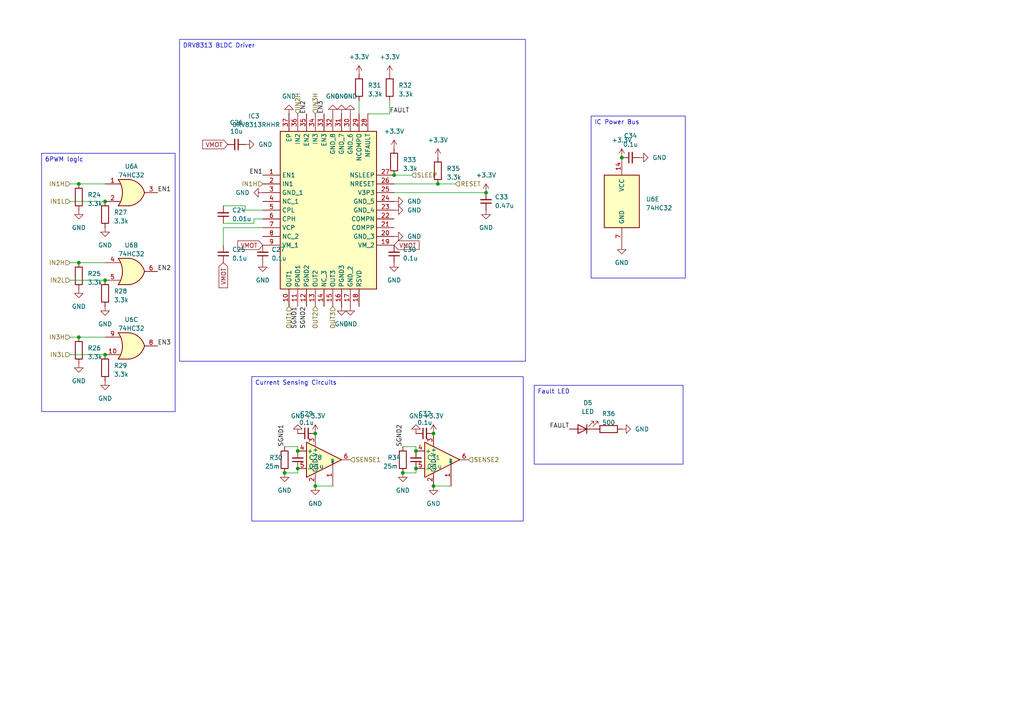
<source format=kicad_sch>
(kicad_sch (version 20250114) (generator "eeschema") (generator_version "9.0")
  (paper "A4")
  (lib_symbols
    (symbol "+3.3V_1" (power) (pin_numbers (hide yes)) (pin_names (offset 0) (hide yes))
      (property "Value" "+3.3V" (at 0 3.556 0))
      (symbol "+3.3V_1_0_1"
        (polyline (pts (xy -0.762 1.27) (xy 0 2.54)))
        (polyline (pts (xy 0 2.54) (xy 0.762 1.27)))
        (polyline (pts (xy 0 0) (xy 0 2.54)))
      )
      (symbol "+3.3V_1_1_1"
        (pin power_in line (at 0 0 90) (length 0) (name "~") (number "1"))
      )
    )
    (symbol "Amplifier_Current:INA199xxDCK" (pin_names (offset 0.127))
      (property "Reference" "U" (at 3.81 3.81 0))
      (property "Value" "INA199xxDCK" (at 3.81 -2.54 0))
      (symbol "INA199xxDCK_0_1"
        (polyline (pts (xy 5.08 0) (xy -5.08 5.08) (xy -5.08 -5.08) (xy 5.08 0)) (stroke (width 0.254)) (fill (type background)))
      )
      (symbol "INA199xxDCK_1_1"
        (pin input line (at -7.62 2.54 0) (length 2.54) (name "+") (number "4"))
        (pin input line (at -7.62 -2.54 0) (length 2.54) (name "-") (number "5"))
        (pin power_in line (at -2.54 7.62 270) (length 3.81) (name "V+") (number "3"))
        (pin power_in line (at -2.54 -7.62 90) (length 3.81) (name "GND") (number "2"))
        (pin input line (at 2.54 -7.62 90) (length 6.35) (name "REF") (number "1"))
        (pin output line (at 7.62 0 180) (length 2.54) (name "~") (number "6"))
      )
    )
    (symbol "DRV8313RHHR:DRV8313RHHR"
      (property "Reference" "IC" (at 34.29 17.78 0))
      (property "Value" "DRV8313RHHR" (at 34.29 15.24 0))
      (symbol "DRV8313RHHR_1_1"
        (rectangle (start 5.08 12.7) (end 33.02 -33.02) (stroke (width 0.254)) (fill (type background)))
        (pin passive line (at 0 0 0) (length 5.08) (name "EN1") (number "1"))
        (pin passive line (at 0 -2.54 0) (length 5.08) (name "IN1") (number "2"))
        (pin passive line (at 0 -5.08 0) (length 5.08) (name "GND_1") (number "3"))
        (pin passive line (at 0 -7.62 0) (length 5.08) (name "NC_1") (number "4"))
        (pin passive line (at 0 -10.16 0) (length 5.08) (name "CPL") (number "5"))
        (pin passive line (at 0 -12.7 0) (length 5.08) (name "CPH") (number "6"))
        (pin passive line (at 0 -15.24 0) (length 5.08) (name "VCP") (number "7"))
        (pin passive line (at 0 -17.78 0) (length 5.08) (name "NC_2") (number "8"))
        (pin passive line (at 0 -20.32 0) (length 5.08) (name "VM_1") (number "9"))
        (pin passive line (at 7.62 17.78 270) (length 5.08) (name "EP") (number "37"))
        (pin passive line (at 7.62 -38.1 90) (length 5.08) (name "OUT1") (number "10"))
        (pin passive line (at 10.16 17.78 270) (length 5.08) (name "IN2") (number "36"))
        (pin passive line (at 10.16 -38.1 90) (length 5.08) (name "PGND1") (number "11"))
        (pin passive line (at 12.7 17.78 270) (length 5.08) (name "EN2") (number "35"))
        (pin passive line (at 12.7 -38.1 90) (length 5.08) (name "PGND2") (number "12"))
        (pin passive line (at 15.24 17.78 270) (length 5.08) (name "IN3") (number "34"))
        (pin passive line (at 15.24 -38.1 90) (length 5.08) (name "OUT2") (number "13"))
        (pin passive line (at 17.78 17.78 270) (length 5.08) (name "EN3") (number "33"))
        (pin passive line (at 17.78 -38.1 90) (length 5.08) (name "NC_3") (number "14"))
        (pin passive line (at 20.32 17.78 270) (length 5.08) (name "GND_8") (number "32"))
        (pin passive line (at 20.32 -38.1 90) (length 5.08) (name "OUT3") (number "15"))
        (pin passive line (at 22.86 17.78 270) (length 5.08) (name "GND_7") (number "31"))
        (pin passive line (at 22.86 -38.1 90) (length 5.08) (name "PGND3") (number "16"))
        (pin passive line (at 25.4 17.78 270) (length 5.08) (name "GND_6") (number "30"))
        (pin passive line (at 25.4 -38.1 90) (length 5.08) (name "GND_2") (number "17"))
        (pin passive line (at 27.94 17.78 270) (length 5.08) (name "NCOMPO") (number "29"))
        (pin passive line (at 27.94 -38.1 90) (length 5.08) (name "RSVD") (number "18"))
        (pin passive line (at 30.48 17.78 270) (length 5.08) (name "NFAULT") (number "28"))
        (pin passive line (at 38.1 0 180) (length 5.08) (name "NSLEEP") (number "27"))
        (pin passive line (at 38.1 -2.54 180) (length 5.08) (name "NRESET") (number "26"))
        (pin passive line (at 38.1 -5.08 180) (length 5.08) (name "V3P3") (number "25"))
        (pin passive line (at 38.1 -7.62 180) (length 5.08) (name "GND_5") (number "24"))
        (pin passive line (at 38.1 -10.16 180) (length 5.08) (name "GND_4") (number "23"))
        (pin passive line (at 38.1 -12.7 180) (length 5.08) (name "COMPN") (number "22"))
        (pin passive line (at 38.1 -15.24 180) (length 5.08) (name "COMPP") (number "21"))
        (pin passive line (at 38.1 -17.78 180) (length 5.08) (name "GND_3") (number "20"))
        (pin passive line (at 38.1 -20.32 180) (length 5.08) (name "VM_2") (number "19"))
      )
    )
    (symbol "Device:C_Small" (pin_numbers (hide yes)) (pin_names (offset 0.254) (hide yes))
      (property "Reference" "C" (at 0.254 1.778 0))
      (property "Value" "C_Small" (at 0.254 -2.032 0))
      (symbol "C_Small_0_1"
        (polyline (pts (xy -1.524 0.508) (xy 1.524 0.508)) (stroke (width 0.3048)))
        (polyline (pts (xy -1.524 -0.508) (xy 1.524 -0.508)) (stroke (width 0.3302)))
      )
      (symbol "C_Small_1_1"
        (pin passive line (at 0 2.54 270) (length 2.032) (name "~") (number "1"))
        (pin passive line (at 0 -2.54 90) (length 2.032) (name "~") (number "2"))
      )
    )
    (symbol "Device:LED" (pin_numbers (hide yes)) (pin_names (offset 1.016) (hide yes))
      (property "Reference" "D" (at 0 2.54 0))
      (property "Value" "LED" (at 0 -2.54 0))
      (symbol "LED_0_1"
        (polyline (pts (xy -3.048 -0.762) (xy -4.572 -2.286) (xy -3.81 -2.286) (xy -4.572 -2.286) (xy -4.572 -1.524)))
        (polyline (pts (xy -1.778 -0.762) (xy -3.302 -2.286) (xy -2.54 -2.286) (xy -3.302 -2.286) (xy -3.302 -1.524)))
        (polyline (pts (xy -1.27 0) (xy 1.27 0)))
        (polyline (pts (xy -1.27 -1.27) (xy -1.27 1.27)) (stroke (width 0.254)))
        (polyline (pts (xy 1.27 -1.27) (xy 1.27 1.27) (xy -1.27 0) (xy 1.27 -1.27)) (stroke (width 0.254)))
      )
      (symbol "LED_1_1"
        (pin passive line (at -3.81 0 0) (length 2.54) (name "K") (number "1"))
        (pin passive line (at 3.81 0 180) (length 2.54) (name "A") (number "2"))
      )
    )
    (symbol "Device:R" (pin_numbers (hide yes)) (pin_names (offset 0))
      (property "Reference" "R" (at 2.032 0 90))
      (property "Value" "R" (at 0 0 90))
      (symbol "R_0_1"
        (rectangle (start -1.016 -2.54) (end 1.016 2.54) (stroke (width 0.254)))
      )
      (symbol "R_1_1"
        (pin passive line (at 0 3.81 270) (length 1.27) (name "~") (number "1"))
        (pin passive line (at 0 -3.81 90) (length 1.27) (name "~") (number "2"))
      )
    )
    (symbol "GND_1" (power) (pin_numbers (hide yes)) (pin_names (offset 0) (hide yes))
      (property "Value" "GND" (at 0 -3.81 0))
      (symbol "GND_1_0_1"
        (polyline (pts (xy 0 0) (xy 0 -1.27) (xy 1.27 -1.27) (xy 0 -2.54) (xy -1.27 -1.27) (xy 0 -1.27)))
      )
      (symbol "GND_1_1_1"
        (pin power_in line (at 0 0 270) (length 0) (name "~") (number "1"))
      )
    )
    (symbol "TacTile:74HC32" (pin_names (offset 1.016))
      (property "Reference" "U" (at 0 1.27 0))
      (property "Value" "74HC32" (at 0 -1.27 0))
      (symbol "74HC32_1_1"
        (arc (start -3.81 3.81) (mid -2.589 0) (end -3.81 -3.81) (stroke (width 0.254)))
        (polyline (pts (xy -3.81 3.81) (xy -0.635 3.81)) (stroke (width 0.254)) (fill (type background)))
        (polyline (pts (xy -3.81 -3.81) (xy -0.635 -3.81)) (stroke (width 0.254)) (fill (type background)))
        (arc (start 3.81 0) (mid 2.1855 -2.584) (end -0.6096 -3.81) (stroke (width 0.254)) (fill (type background)))
        (arc (start -0.6096 3.81) (mid 2.1928 2.5924) (end 3.81 0) (stroke (width 0.254)) (fill (type background)))
        (polyline (pts (xy -0.635 3.81) (xy -3.81 3.81) (xy -3.81 3.81) (xy -3.556 3.4036) (xy -3.0226 2.2606) (xy -2.6924 1.0414) (xy -2.6162 -0.254) (xy -2.7686 -1.4986) (xy -3.175 -2.7178) (xy -3.81 -3.81) (xy -3.81 -3.81) (xy -0.635 -3.81)) (stroke (width -25.4)) (fill (type background)))
        (pin input line (at -7.62 2.54 0) (length 4.318) (name "~") (number "1"))
        (pin input line (at -7.62 -2.54 0) (length 4.318) (name "~") (number "2"))
        (pin output line (at 7.62 0 180) (length 3.81) (name "~") (number "3"))
      )
      (symbol "74HC32_1_2"
        (arc (start 0 3.81) (mid 3.7934 0) (end 0 -3.81) (stroke (width 0.254)) (fill (type background)))
        (polyline (pts (xy 0 3.81) (xy -3.81 3.81) (xy -3.81 -3.81) (xy 0 -3.81)) (stroke (width 0.254)) (fill (type background)))
        (pin input inverted (at -7.62 2.54 0) (length 3.81) (name "~") (number "2"))
        (pin input inverted (at -7.62 -2.54 0) (length 3.81) (name "~") (number "3"))
        (pin output line (at 7.62 0 180) (length 3.81) (name "~") (number "1"))
      )
      (symbol "74HC32_2_1"
        (arc (start -3.81 3.81) (mid -2.589 0) (end -3.81 -3.81) (stroke (width 0.254)))
        (polyline (pts (xy -3.81 3.81) (xy -0.635 3.81)) (stroke (width 0.254)) (fill (type background)))
        (polyline (pts (xy -3.81 -3.81) (xy -0.635 -3.81)) (stroke (width 0.254)) (fill (type background)))
        (arc (start 3.81 0) (mid 2.1855 -2.584) (end -0.6096 -3.81) (stroke (width 0.254)) (fill (type background)))
        (arc (start -0.6096 3.81) (mid 2.1928 2.5924) (end 3.81 0) (stroke (width 0.254)) (fill (type background)))
        (polyline (pts (xy -0.635 3.81) (xy -3.81 3.81) (xy -3.81 3.81) (xy -3.556 3.4036) (xy -3.0226 2.2606) (xy -2.6924 1.0414) (xy -2.6162 -0.254) (xy -2.7686 -1.4986) (xy -3.175 -2.7178) (xy -3.81 -3.81) (xy -3.81 -3.81) (xy -0.635 -3.81)) (stroke (width -25.4)) (fill (type background)))
        (pin input line (at -7.62 2.54 0) (length 4.318) (name "~") (number "4"))
        (pin input line (at -7.62 -2.54 0) (length 4.318) (name "~") (number "5"))
        (pin output line (at 7.62 0 180) (length 3.81) (name "~") (number "6"))
      )
      (symbol "74HC32_2_2"
        (arc (start 0 3.81) (mid 3.7934 0) (end 0 -3.81) (stroke (width 0.254)) (fill (type background)))
        (polyline (pts (xy 0 3.81) (xy -3.81 3.81) (xy -3.81 -3.81) (xy 0 -3.81)) (stroke (width 0.254)) (fill (type background)))
        (pin input inverted (at -7.62 2.54 0) (length 3.81) (name "~") (number "5"))
        (pin input inverted (at -7.62 -2.54 0) (length 3.81) (name "~") (number "6"))
        (pin output line (at 7.62 0 180) (length 3.81) (name "~") (number "4"))
      )
      (symbol "74HC32_3_1"
        (arc (start -3.81 3.81) (mid -2.589 0) (end -3.81 -3.81) (stroke (width 0.254)))
        (polyline (pts (xy -3.81 3.81) (xy -0.635 3.81)) (stroke (width 0.254)) (fill (type background)))
        (polyline (pts (xy -3.81 -3.81) (xy -0.635 -3.81)) (stroke (width 0.254)) (fill (type background)))
        (arc (start 3.81 0) (mid 2.1855 -2.584) (end -0.6096 -3.81) (stroke (width 0.254)) (fill (type background)))
        (arc (start -0.6096 3.81) (mid 2.1928 2.5924) (end 3.81 0) (stroke (width 0.254)) (fill (type background)))
        (polyline (pts (xy -0.635 3.81) (xy -3.81 3.81) (xy -3.81 3.81) (xy -3.556 3.4036) (xy -3.0226 2.2606) (xy -2.6924 1.0414) (xy -2.6162 -0.254) (xy -2.7686 -1.4986) (xy -3.175 -2.7178) (xy -3.81 -3.81) (xy -3.81 -3.81) (xy -0.635 -3.81)) (stroke (width -25.4)) (fill (type background)))
        (pin input line (at -7.62 2.54 0) (length 4.318) (name "~") (number "9"))
        (pin input line (at -7.62 -2.54 0) (length 4.318) (name "~") (number "10"))
        (pin output line (at 7.62 0 180) (length 3.81) (name "~") (number "8"))
      )
      (symbol "74HC32_3_2"
        (arc (start 0 3.81) (mid 3.7934 0) (end 0 -3.81) (stroke (width 0.254)) (fill (type background)))
        (polyline (pts (xy 0 3.81) (xy -3.81 3.81) (xy -3.81 -3.81) (xy 0 -3.81)) (stroke (width 0.254)) (fill (type background)))
        (pin input inverted (at -7.62 2.54 0) (length 3.81) (name "~") (number "8"))
        (pin input inverted (at -7.62 -2.54 0) (length 3.81) (name "~") (number "9"))
        (pin output line (at 7.62 0 180) (length 3.81) (name "~") (number "10"))
      )
      (symbol "74HC32_4_1"
        (arc (start -3.81 3.81) (mid -2.589 0) (end -3.81 -3.81) (stroke (width 0.254)))
        (polyline (pts (xy -3.81 3.81) (xy -0.635 3.81)) (stroke (width 0.254)) (fill (type background)))
        (polyline (pts (xy -3.81 -3.81) (xy -0.635 -3.81)) (stroke (width 0.254)) (fill (type background)))
        (arc (start 3.81 0) (mid 2.1855 -2.584) (end -0.6096 -3.81) (stroke (width 0.254)) (fill (type background)))
        (arc (start -0.6096 3.81) (mid 2.1928 2.5924) (end 3.81 0) (stroke (width 0.254)) (fill (type background)))
        (polyline (pts (xy -0.635 3.81) (xy -3.81 3.81) (xy -3.81 3.81) (xy -3.556 3.4036) (xy -3.0226 2.2606) (xy -2.6924 1.0414) (xy -2.6162 -0.254) (xy -2.7686 -1.4986) (xy -3.175 -2.7178) (xy -3.81 -3.81) (xy -3.81 -3.81) (xy -0.635 -3.81)) (stroke (width -25.4)) (fill (type background)))
        (pin input line (at -7.62 2.54 0) (length 4.318) (name "~") (number "12"))
        (pin input line (at -7.62 -2.54 0) (length 4.318) (name "~") (number "13"))
        (pin output line (at 7.62 0 180) (length 3.81) (name "~") (number "11"))
      )
      (symbol "74HC32_4_2"
        (arc (start 0 3.81) (mid 3.7934 0) (end 0 -3.81) (stroke (width 0.254)) (fill (type background)))
        (polyline (pts (xy 0 3.81) (xy -3.81 3.81) (xy -3.81 -3.81) (xy 0 -3.81)) (stroke (width 0.254)) (fill (type background)))
        (pin input inverted (at -7.62 2.54 0) (length 3.81) (name "~") (number "11"))
        (pin input inverted (at -7.62 -2.54 0) (length 3.81) (name "~") (number "12"))
        (pin output line (at 7.62 0 180) (length 3.81) (name "~") (number "13"))
      )
      (symbol "74HC32_5_0"
        (pin power_in line (at 0 12.7 270) (length 5.08) (name "VCC") (number "14"))
        (pin power_in line (at 0 -12.7 90) (length 5.08) (name "GND") (number "7"))
      )
      (symbol "74HC32_5_1"
        (rectangle (start -5.08 7.62) (end 5.08 -7.62) (stroke (width 0.254)) (fill (type background)))
      )
    )
    (symbol "power:GND" (power) (pin_numbers (hide yes)) (pin_names (offset 0) (hide yes))
      (property "Value" "GND" (at 0 -3.81 0))
      (symbol "GND_0_1"
        (polyline (pts (xy 0 0) (xy 0 -1.27) (xy 1.27 -1.27) (xy 0 -2.54) (xy -1.27 -1.27) (xy 0 -1.27)))
      )
      (symbol "GND_1_1"
        (pin power_in line (at 0 0 270) (length 0) (name "~") (number "1"))
      )
    )
  )
  (text_box "6PWM logic" (at 12.065 44.45 0) (size 38.735 74.93) (margins 0.9525 0.9525 0.9525 0.9525) (effects (font (size 1.27 1.27)) (justify left top)))
  (text_box "DRV8313 BLDC Driver" (at 52.07 11.43 0) (size 100.33 93.345) (margins 0.9525 0.9525 0.9525 0.9525) (effects (font (size 1.27 1.27)) (justify left top)))
  (text_box "IC Power Bus" (at 171.45 33.655 0) (size 27.305 46.99) (margins 0.9525 0.9525 0.9525 0.9525) (effects (font (size 1.27 1.27)) (justify left top)))
  (text_box "Fault LED" (at 154.94 111.76 0) (size 43.18 22.86) (margins 0.9525 0.9525 0.9525 0.9525) (effects (font (size 1.27 1.27)) (justify left top)))
  (text_box "Current Sensing Circuits" (at 73.025 109.22 0) (size 78.74 41.91) (margins 0.9525 0.9525 0.9525 0.9525) (effects (font (size 1.27 1.27)) (justify left top)))
  (junction (at 30.48 58.42))
  (junction (at 22.86 97.79))
  (junction (at 125.73 140.97))
  (junction (at 120.65 130.81))
  (junction (at 91.44 140.97))
  (junction (at 22.86 76.2))
  (junction (at 86.36 130.81))
  (junction (at 140.97 55.88))
  (junction (at 127 53.34))
  (junction (at 125.73 125.73))
  (junction (at 82.55 137.16))
  (junction (at 114.3 50.8))
  (junction (at 180.34 45.72))
  (junction (at 116.84 137.16))
  (junction (at 30.48 81.28))
  (junction (at 91.44 125.73))
  (junction (at 30.48 102.87))
  (junction (at 22.86 53.34))
  (junction (at 120.65 135.89))
  (junction (at 86.36 135.89))
  (wire (pts (xy 127 53.34) (xy 114.3 53.34)))
  (wire (pts (xy 106.68 33.02) (xy 113.03 33.02)))
  (wire (pts (xy 120.65 129.54) (xy 120.65 130.81)))
  (wire (pts (xy 22.86 53.34) (xy 30.48 53.34)))
  (wire (pts (xy 132.08 53.34) (xy 127 53.34)))
  (wire (pts (xy 20.32 76.2) (xy 22.86 76.2)))
  (wire (pts (xy 113.03 33.02) (xy 113.03 29.21)))
  (wire (pts (xy 64.77 66.04) (xy 64.77 71.12)))
  (wire (pts (xy 71.12 59.69) (xy 64.77 59.69)))
  (wire (pts (xy 86.36 137.16) (xy 86.36 135.89)))
  (wire (pts (xy 86.36 129.54) (xy 86.36 130.81)))
  (wire (pts (xy 116.84 137.16) (xy 120.65 137.16)))
  (wire (pts (xy 120.65 137.16) (xy 120.65 135.89)))
  (wire (pts (xy 71.12 60.96) (xy 71.12 59.69)))
  (wire (pts (xy 64.77 66.04) (xy 76.2 66.04)))
  (wire (pts (xy 82.55 129.54) (xy 86.36 129.54)))
  (wire (pts (xy 114.3 55.88) (xy 140.97 55.88)))
  (wire (pts (xy 73.66 63.5) (xy 73.66 64.77)))
  (wire (pts (xy 20.32 81.28) (xy 30.48 81.28)))
  (wire (pts (xy 20.32 58.42) (xy 30.48 58.42)))
  (wire (pts (xy 91.44 140.97) (xy 96.52 140.97)))
  (wire (pts (xy 76.2 60.96) (xy 71.12 60.96)))
  (wire (pts (xy 125.73 140.97) (xy 130.81 140.97)))
  (wire (pts (xy 20.32 97.79) (xy 22.86 97.79)))
  (wire (pts (xy 76.2 63.5) (xy 73.66 63.5)))
  (wire (pts (xy 73.66 64.77) (xy 64.77 64.77)))
  (wire (pts (xy 22.86 76.2) (xy 30.48 76.2)))
  (wire (pts (xy 22.86 97.79) (xy 30.48 97.79)))
  (wire (pts (xy 104.14 29.21) (xy 104.14 33.02)))
  (wire (pts (xy 119.38 50.8) (xy 114.3 50.8)))
  (wire (pts (xy 20.32 53.34) (xy 22.86 53.34)))
  (wire (pts (xy 82.55 137.16) (xy 86.36 137.16)))
  (wire (pts (xy 116.84 129.54) (xy 120.65 129.54)))
  (wire (pts (xy 20.32 102.87) (xy 30.48 102.87)))
  (label "EN2" (at 45.72 78.74 0))
  (label "SGND2" (at 116.84 129.54 90))
  (label "SGND1" (at 82.55 129.54 90))
  (label "FAULT" (at 165.1 124.46 180))
  (label "EN3" (at 45.72 100.33 0))
  (label "EN1" (at 45.72 55.88 0))
  (label "FAULT" (at 113.03 33.02 0))
  (label "EN1" (at 76.2 50.8 180))
  (label "SGND2" (at 88.9 88.9 270))
  (label "EN3" (at 93.98 33.02 90))
  (label "SGND1" (at 86.36 88.9 270))
  (label "EN2" (at 88.9 33.02 90))
  (global_label "VMOT" (shape input) (at 64.77 76.2 270) (property "Intersheetrefs" "${INTERSHEET_REFS}" (effects (hide yes))))
  (global_label "VMOT" (shape input) (at 66.04 41.91 180) (property "Intersheetrefs" "${INTERSHEET_REFS}" (effects (hide yes))))
  (global_label "VMOT" (shape input) (at 76.2 71.12 180) (property "Intersheetrefs" "${INTERSHEET_REFS}" (effects (hide yes))))
  (global_label "VMOT" (shape input) (at 114.3 71.12 0) (property "Intersheetrefs" "${INTERSHEET_REFS}" (effects (hide yes))))
  (hierarchical_label "IN2H" (shape input) (at 86.36 33.02 90))
  (hierarchical_label "OUT3" (shape input) (at 96.52 88.9 270))
  (hierarchical_label "OUT1" (shape input) (at 83.82 88.9 270))
  (hierarchical_label "IN2L" (shape input) (at 20.32 81.28 180))
  (hierarchical_label "IN3H" (shape input) (at 20.32 97.79 180))
  (hierarchical_label "IN3L" (shape input) (at 20.32 102.87 180))
  (hierarchical_label "IN1H" (shape input) (at 20.32 53.34 180))
  (hierarchical_label "IN1L" (shape input) (at 20.32 58.42 180))
  (hierarchical_label "SENSE2" (shape input) (at 135.89 133.35 0))
  (hierarchical_label "IN1H" (shape input) (at 76.2 53.34 180))
  (hierarchical_label "SENSE1" (shape input) (at 101.6 133.35 0))
  (hierarchical_label "RESET" (shape input) (at 132.08 53.34 0))
  (hierarchical_label "OUT2" (shape input) (at 91.44 88.9 270))
  (hierarchical_label "IN3H" (shape input) (at 91.44 33.02 90))
  (hierarchical_label "SLEEP" (shape input) (at 119.38 50.8 0))
  (hierarchical_label "IN2H" (shape input) (at 20.32 76.2 180))
  (symbol (lib_id "Device:C_Small") (at 86.36 133.35 180) (unit 1)
    (property "Reference" "C17" (at 89.535 132.7086 0) (effects (justify right)))
    (property "Value" "0.1u" (at 89.535 135.2486 0) (effects (justify right)))
    (property "Footprint" "Capacitor_SMD:C_0402_1005Metric" (effects (hide yes)))
    (instances (project "DRIFT_Driver" (path "" (reference "C28") (unit 1)) (path "" (reference "C17") (unit 1))))
  )
  (symbol (lib_name "+3.3V_1") (lib_id "power:+3.3V") (at 91.44 125.73 0) (unit 1)
    (property "Reference" "#PWR050" (effects (hide yes)))
    (property "Value" "+3.3V" (at 91.44 120.65 0))
    (property "Description" "Power symbol creates a global label with name \"+3.3V\"" (effects (hide yes)))
    (instances (project "DRIFT_Driver" (path "" (reference "#PWR087") (unit 1)) (path "" (reference "#PWR050") (unit 1))))
  )
  (symbol (lib_name "GND_1") (lib_id "power:GND") (at 83.82 33.02 180) (unit 1)
    (property "Reference" "#PWR048" (effects (hide yes)))
    (property "Value" "GND" (at 83.82 27.94 0))
    (property "Description" "Power symbol creates a global label with name \"GND\" , ground" (effects (hide yes)))
    (instances (project "DRIFT_Driver" (path "" (reference "#PWR085") (unit 1)) (path "" (reference "#PWR048") (unit 1))))
  )
  (symbol (lib_name "+3.3V_1") (lib_id "power:+3.3V") (at 125.73 125.73 0) (unit 1)
    (property "Reference" "#PWR066" (effects (hide yes)))
    (property "Value" "+3.3V" (at 125.73 120.65 0))
    (property "Description" "Power symbol creates a global label with name \"+3.3V\"" (effects (hide yes)))
    (instances (project "DRIFT_Driver" (path "" (reference "#PWR0103") (unit 1)) (path "" (reference "#PWR066") (unit 1))))
  )
  (symbol (lib_name "GND_1") (lib_id "power:GND") (at 30.48 66.04 0) (unit 1)
    (property "Reference" "#PWR041" (effects (hide yes)))
    (property "Value" "GND" (at 30.48 71.12 0))
    (property "Description" "Power symbol creates a global label with name \"GND\" , ground" (effects (hide yes)))
    (instances (project "DRIFT_Driver" (path "" (reference "#PWR078") (unit 1)) (path "" (reference "#PWR041") (unit 1))))
  )
  (symbol (lib_name "GND_1") (lib_id "power:GND") (at 114.3 76.2 0) (unit 1)
    (property "Reference" "#PWR063" (effects (hide yes)))
    (property "Value" "GND" (at 114.3 81.28 0))
    (property "Description" "Power symbol creates a global label with name \"GND\" , ground" (effects (hide yes)))
    (instances (project "DRIFT_Driver" (path "" (reference "#PWR0100") (unit 1)) (path "" (reference "#PWR063") (unit 1))))
  )
  (symbol (lib_id "Device:C_Small") (at 64.77 73.66 180) (unit 1)
    (property "Reference" "C14" (at 67.31 72.3835 0) (effects (justify right)))
    (property "Value" "0.1u" (at 67.31 74.9235 0) (effects (justify right)))
    (property "Footprint" "Capacitor_SMD:C_0402_1005Metric" (effects (hide yes)))
    (instances (project "DRIFT_Driver" (path "" (reference "C25") (unit 1)) (path "" (reference "C14") (unit 1))))
  )
  (symbol (lib_name "GND_1") (lib_id "power:GND") (at 76.2 76.2 0) (unit 1)
    (property "Reference" "#PWR046" (effects (hide yes)))
    (property "Value" "GND" (at 76.2 81.28 0))
    (property "Description" "Power symbol creates a global label with name \"GND\" , ground" (effects (hide yes)))
    (instances (project "DRIFT_Driver" (path "" (reference "#PWR083") (unit 1)) (path "" (reference "#PWR046") (unit 1))))
  )
  (symbol (lib_name "GND_1") (lib_id "power:GND") (at 140.97 60.96 0) (unit 1)
    (property "Reference" "#PWR070" (effects (hide yes)))
    (property "Value" "GND" (at 140.97 66.04 0))
    (property "Description" "Power symbol creates a global label with name \"GND\" , ground" (effects (hide yes)))
    (instances (project "DRIFT_Driver" (path "" (reference "#PWR0107") (unit 1)) (path "" (reference "#PWR070") (unit 1))))
  )
  (symbol (lib_name "+3.3V_1") (lib_id "power:+3.3V") (at 180.34 45.72 0) (unit 1)
    (property "Reference" "#PWR071" (effects (hide yes)))
    (property "Value" "+3.3V" (at 180.34 40.64 0))
    (property "Description" "Power symbol creates a global label with name \"+3.3V\"" (effects (hide yes)))
    (instances (project "DRIFT_Driver" (path "" (reference "#PWR0108") (unit 1)) (path "" (reference "#PWR071") (unit 1))))
  )
  (symbol (lib_id "power:GND") (at 185.42 45.72 90) (unit 1)
    (property "Reference" "#PWR074" (effects (hide yes)))
    (property "Value" "GND" (at 189.23 45.7199 90) (effects (justify right)))
    (property "Description" "Power symbol creates a global label with name \"GND\" , ground" (effects (hide yes)))
    (instances (project "" (path "" (reference "#PWR0111") (unit 1)) (path "" (reference "#PWR074") (unit 1))))
  )
  (symbol (lib_id "Device:C_Small") (at 64.77 62.23 180) (unit 1)
    (property "Reference" "C13" (at 67.31 60.9535 0) (effects (justify right)))
    (property "Value" "0.01u" (at 67.31 63.4935 0) (effects (justify right)))
    (property "Footprint" "Capacitor_SMD:C_0402_1005Metric" (effects (hide yes)))
    (instances (project "DRIFT_Driver" (path "" (reference "C24") (unit 1)) (path "" (reference "C13") (unit 1))))
  )
  (symbol (lib_name "GND_1") (lib_id "power:GND") (at 125.73 140.97 0) (unit 1)
    (property "Reference" "#PWR067" (effects (hide yes)))
    (property "Value" "GND" (at 125.73 146.05 0))
    (property "Description" "Power symbol creates a global label with name \"GND\" , ground" (effects (hide yes)))
    (instances (project "DRIFT_Driver" (path "" (reference "#PWR0104") (unit 1)) (path "" (reference "#PWR067") (unit 1))))
  )
  (symbol (lib_id "Device:R") (at 30.48 62.23 180) (unit 1)
    (property "Reference" "R14" (at 33.02 61.595 0) (effects (justify right)))
    (property "Value" "3.3k" (at 33.02 64.135 0) (effects (justify right)))
    (property "Footprint" "Resistor_SMD:R_0402_1005Metric" (effects (hide yes)))
    (instances (project "DRIFT_Driver" (path "" (reference "R27") (unit 1)) (path "" (reference "R14") (unit 1))))
  )
  (symbol (lib_name "GND_1") (lib_id "power:GND") (at 120.65 125.73 180) (unit 1)
    (property "Reference" "#PWR065" (effects (hide yes)))
    (property "Value" "GND" (at 120.65 120.65 0))
    (property "Description" "Power symbol creates a global label with name \"GND\" , ground" (effects (hide yes)))
    (instances (project "DRIFT_Driver" (path "" (reference "#PWR0102") (unit 1)) (path "" (reference "#PWR065") (unit 1))))
  )
  (symbol (lib_name "GND_1") (lib_id "power:GND") (at 99.06 88.9 0) (unit 1)
    (property "Reference" "#PWR054" (effects (hide yes)))
    (property "Value" "GND" (at 99.06 93.98 0))
    (property "Description" "Power symbol creates a global label with name \"GND\" , ground" (effects (hide yes)))
    (instances (project "DRIFT_Driver" (path "" (reference "#PWR091") (unit 1)) (path "" (reference "#PWR054") (unit 1))))
  )
  (symbol (lib_id "Device:C_Small") (at 140.97 58.42 180) (unit 1)
    (property "Reference" "C22" (at 143.51 57.1435 0) (effects (justify right)))
    (property "Value" "0.47u" (at 143.51 59.6835 0) (effects (justify right)))
    (property "Footprint" "Capacitor_SMD:C_0402_1005Metric" (effects (hide yes)))
    (instances (project "DRIFT_Driver" (path "" (reference "C33") (unit 1)) (path "" (reference "C22") (unit 1))))
  )
  (symbol (lib_name "+3.3V_1") (lib_id "power:+3.3V") (at 140.97 55.88 0) (unit 1)
    (property "Reference" "#PWR069" (effects (hide yes)))
    (property "Value" "+3.3V" (at 140.97 50.8 0))
    (property "Description" "Power symbol creates a global label with name \"+3.3V\"" (effects (hide yes)))
    (instances (project "DRIFT_Driver" (path "" (reference "#PWR0106") (unit 1)) (path "" (reference "#PWR069") (unit 1))))
  )
  (symbol (lib_id "Device:C_Small") (at 182.88 45.72 90) (unit 1)
    (property "Reference" "C23" (at 182.8863 39.37 90))
    (property "Value" "0.1u" (at 182.8863 41.91 90))
    (property "Footprint" "Capacitor_SMD:C_0402_1005Metric" (effects (hide yes)))
    (instances (project "DRIFT_Driver" (path "" (reference "C34") (unit 1)) (path "" (reference "C23") (unit 1))))
  )
  (symbol (lib_name "GND_1") (lib_id "power:GND") (at 96.52 33.02 180) (unit 1)
    (property "Reference" "#PWR052" (effects (hide yes)))
    (property "Value" "GND" (at 96.52 27.94 0))
    (property "Description" "Power symbol creates a global label with name \"GND\" , ground" (effects (hide yes)))
    (instances (project "DRIFT_Driver" (path "" (reference "#PWR089") (unit 1)) (path "" (reference "#PWR052") (unit 1))))
  )
  (symbol (lib_id "Device:R") (at 22.86 101.6 180) (unit 1)
    (property "Reference" "R13" (at 25.4 100.965 0) (effects (justify right)))
    (property "Value" "3.3k" (at 25.4 103.505 0) (effects (justify right)))
    (property "Footprint" "Resistor_SMD:R_0402_1005Metric" (effects (hide yes)))
    (instances (project "DRIFT_Driver" (path "" (reference "R26") (unit 1)) (path "" (reference "R13") (unit 1))))
  )
  (symbol (lib_name "GND_1") (lib_id "power:GND") (at 180.34 124.46 90) (unit 1)
    (property "Reference" "#PWR073" (effects (hide yes)))
    (property "Value" "GND" (at 184.15 124.4599 90) (effects (justify right)))
    (property "Description" "Power symbol creates a global label with name \"GND\" , ground" (effects (hide yes)))
    (instances (project "" (path "" (reference "#PWR0110") (unit 1)) (path "" (reference "#PWR073") (unit 1))))
  )
  (symbol (lib_id "Device:C_Small") (at 68.58 41.91 270) (unit 1)
    (property "Reference" "C15" (at 68.5736 35.56 90))
    (property "Value" "10u" (at 68.5736 38.1 90))
    (property "Footprint" "Capacitor_SMD:C_0805_2012Metric" (effects (hide yes)))
    (instances (project "DRIFT_Driver" (path "" (reference "C26") (unit 1)) (path "" (reference "C15") (unit 1))))
  )
  (symbol (lib_name "GND_1") (lib_id "power:GND") (at 86.36 125.73 180) (unit 1)
    (property "Reference" "#PWR049" (effects (hide yes)))
    (property "Value" "GND" (at 86.36 120.65 0))
    (property "Description" "Power symbol creates a global label with name \"GND\" , ground" (effects (hide yes)))
    (instances (project "DRIFT_Driver" (path "" (reference "#PWR086") (unit 1)) (path "" (reference "#PWR049") (unit 1))))
  )
  (symbol (lib_name "+3.3V_1") (lib_id "power:+3.3V") (at 114.3 43.18 0) (unit 1)
    (property "Reference" "#PWR059" (effects (hide yes)))
    (property "Value" "+3.3V" (at 114.3 38.1 0))
    (property "Description" "Power symbol creates a global label with name \"+3.3V\"" (effects (hide yes)))
    (instances (project "DRIFT_Driver" (path "" (reference "#PWR096") (unit 1)) (path "" (reference "#PWR059") (unit 1))))
  )
  (symbol (lib_id "Device:C_Small") (at 114.3 73.66 180) (unit 1)
    (property "Reference" "C19" (at 116.84 72.3835 0) (effects (justify right)))
    (property "Value" "0.1u" (at 116.84 74.9235 0) (effects (justify right)))
    (property "Footprint" "Capacitor_SMD:C_0402_1005Metric" (effects (hide yes)))
    (instances (project "DRIFT_Driver" (path "" (reference "C30") (unit 1)) (path "" (reference "C19") (unit 1))))
  )
  (symbol (lib_name "GND_1") (lib_id "power:GND") (at 71.12 41.91 90) (unit 1)
    (property "Reference" "#PWR044" (effects (hide yes)))
    (property "Value" "GND" (at 74.93 41.9099 90) (effects (justify right)))
    (property "Description" "Power symbol creates a global label with name \"GND\" , ground" (effects (hide yes)))
    (instances (project "DRIFT_Driver" (path "" (reference "#PWR081") (unit 1)) (path "" (reference "#PWR044") (unit 1))))
  )
  (symbol (lib_name "GND_1") (lib_id "power:GND") (at 22.86 83.82 0) (unit 1)
    (property "Reference" "#PWR039" (effects (hide yes)))
    (property "Value" "GND" (at 22.86 88.9 0))
    (property "Description" "Power symbol creates a global label with name \"GND\" , ground" (effects (hide yes)))
    (instances (project "DRIFT_Driver" (path "" (reference "#PWR076") (unit 1)) (path "" (reference "#PWR039") (unit 1))))
  )
  (symbol (lib_id "Amplifier_Current:INA199xxDCK") (at 93.98 133.35 0) (unit 1)
    (property "Reference" "U4" (effects (hide yes)))
    (property "Value" "INA199xxDCK" (effects (hide yes)))
    (property "Footprint" "Package_TO_SOT_SMD:SOT-363_SC-70-6" (effects (hide yes)))
    (property "Datasheet" "http://www.ti.com/lit/ds/symlink/ina199.pdf" (effects (hide yes)))
    (instances (project "DRIFT_Driver" (path "" (reference "U7") (unit 1)) (path "" (reference "U4") (unit 1))))
  )
  (symbol (lib_id "Device:C_Small") (at 76.2 73.66 180) (unit 1)
    (property "Reference" "C16" (at 78.74 72.3835 0) (effects (justify right)))
    (property "Value" "0.1u" (at 78.74 74.9235 0) (effects (justify right)))
    (property "Footprint" "Capacitor_SMD:C_0402_1005Metric" (effects (hide yes)))
    (instances (project "DRIFT_Driver" (path "" (reference "C27") (unit 1)) (path "" (reference "C16") (unit 1))))
  )
  (symbol (lib_name "GND_1") (lib_id "power:GND") (at 82.55 137.16 0) (unit 1)
    (property "Reference" "#PWR047" (effects (hide yes)))
    (property "Value" "GND" (at 82.55 142.24 0))
    (property "Description" "Power symbol creates a global label with name \"GND\" , ground" (effects (hide yes)))
    (instances (project "DRIFT_Driver" (path "" (reference "#PWR084") (unit 1)) (path "" (reference "#PWR047") (unit 1))))
  )
  (symbol (lib_name "GND_1") (lib_id "power:GND") (at 116.84 137.16 0) (unit 1)
    (property "Reference" "#PWR064" (effects (hide yes)))
    (property "Value" "GND" (at 116.84 142.24 0))
    (property "Description" "Power symbol creates a global label with name \"GND\" , ground" (effects (hide yes)))
    (instances (project "DRIFT_Driver" (path "" (reference "#PWR0101") (unit 1)) (path "" (reference "#PWR064") (unit 1))))
  )
  (symbol (lib_id "TacTile:74HC32") (at 38.1 78.74 0) (unit 2)
    (property "Reference" "U3" (at 38.1 71.12 0))
    (property "Value" "74HC32" (at 38.1 73.66 0))
    (property "Footprint" "Package_SO:SOIC-14_3.9x8.7mm_P1.27mm" (effects (hide yes)))
    (property "Datasheet" "https://www.ti.com/lit/ds/symlink/cd74hc32.pdf" (effects (hide yes)))
    (instances (project "DRIFT_Driver" (path "" (reference "U6") (unit 2)) (path "" (reference "U3") (unit 2))))
  )
  (symbol (lib_name "GND_1") (lib_id "power:GND") (at 22.86 105.41 0) (unit 1)
    (property "Reference" "#PWR040" (effects (hide yes)))
    (property "Value" "GND" (at 22.86 110.49 0))
    (property "Description" "Power symbol creates a global label with name \"GND\" , ground" (effects (hide yes)))
    (instances (project "DRIFT_Driver" (path "" (reference "#PWR077") (unit 1)) (path "" (reference "#PWR040") (unit 1))))
  )
  (symbol (lib_name "GND_1") (lib_id "power:GND") (at 101.6 33.02 180) (unit 1)
    (property "Reference" "#PWR055" (effects (hide yes)))
    (property "Value" "GND" (at 101.6 27.94 0))
    (property "Description" "Power symbol creates a global label with name \"GND\" , ground" (effects (hide yes)))
    (instances (project "DRIFT_Driver" (path "" (reference "#PWR092") (unit 1)) (path "" (reference "#PWR055") (unit 1))))
  )
  (symbol (lib_name "GND_1") (lib_id "power:GND") (at 30.48 110.49 0) (unit 1)
    (property "Reference" "#PWR043" (effects (hide yes)))
    (property "Value" "GND" (at 30.48 115.57 0))
    (property "Description" "Power symbol creates a global label with name \"GND\" , ground" (effects (hide yes)))
    (instances (project "DRIFT_Driver" (path "" (reference "#PWR080") (unit 1)) (path "" (reference "#PWR043") (unit 1))))
  )
  (symbol (lib_name "GND_1") (lib_id "power:GND") (at 114.3 58.42 90) (unit 1)
    (property "Reference" "#PWR060" (effects (hide yes)))
    (property "Value" "GND" (at 118.11 58.4199 90) (effects (justify right)))
    (property "Description" "Power symbol creates a global label with name \"GND\" , ground" (effects (hide yes)))
    (instances (project "DRIFT_Driver" (path "" (reference "#PWR097") (unit 1)) (path "" (reference "#PWR060") (unit 1))))
  )
  (symbol (lib_name "GND_1") (lib_id "power:GND") (at 99.06 33.02 180) (unit 1)
    (property "Reference" "#PWR053" (effects (hide yes)))
    (property "Value" "GND" (at 99.06 27.94 0))
    (property "Description" "Power symbol creates a global label with name \"GND\" , ground" (effects (hide yes)))
    (instances (project "DRIFT_Driver" (path "" (reference "#PWR090") (unit 1)) (path "" (reference "#PWR053") (unit 1))))
  )
  (symbol (lib_id "TacTile:74HC32") (at 180.34 58.42 0) (unit 5)
    (property "Reference" "U3" (at 187.325 57.785 0) (effects (justify left)))
    (property "Value" "74HC32" (at 187.325 60.325 0) (effects (justify left)))
    (property "Footprint" "Package_SO:SOIC-14_3.9x8.7mm_P1.27mm" (effects (hide yes)))
    (property "Datasheet" "https://www.ti.com/lit/ds/symlink/cd74hc32.pdf" (effects (hide yes)))
    (instances (project "DRIFT_Driver" (path "" (reference "U6") (unit 5)) (path "" (reference "U3") (unit 5))))
  )
  (symbol (lib_name "GND_1") (lib_id "power:GND") (at 114.3 60.96 90) (unit 1)
    (property "Reference" "#PWR061" (effects (hide yes)))
    (property "Value" "GND" (at 118.11 60.9599 90) (effects (justify right)))
    (property "Description" "Power symbol creates a global label with name \"GND\" , ground" (effects (hide yes)))
    (instances (project "DRIFT_Driver" (path "" (reference "#PWR098") (unit 1)) (path "" (reference "#PWR061") (unit 1))))
  )
  (symbol (lib_id "Device:C_Small") (at 88.9 125.73 90) (unit 1)
    (property "Reference" "C18" (at 88.9063 120.015 90))
    (property "Value" "0.1u" (at 88.9063 122.555 90))
    (property "Footprint" "Capacitor_SMD:C_0402_1005Metric" (effects (hide yes)))
    (instances (project "DRIFT_Driver" (path "" (reference "C29") (unit 1)) (path "" (reference "C18") (unit 1))))
  )
  (symbol (lib_name "GND_1") (lib_id "power:GND") (at 91.44 140.97 0) (unit 1)
    (property "Reference" "#PWR051" (effects (hide yes)))
    (property "Value" "GND" (at 91.44 146.05 0))
    (property "Description" "Power symbol creates a global label with name \"GND\" , ground" (effects (hide yes)))
    (instances (project "DRIFT_Driver" (path "" (reference "#PWR088") (unit 1)) (path "" (reference "#PWR051") (unit 1))))
  )
  (symbol (lib_id "TacTile:74HC32") (at 38.1 55.88 0) (unit 1)
    (property "Reference" "U3" (at 38.1 48.26 0))
    (property "Value" "74HC32" (at 38.1 50.8 0))
    (property "Footprint" "Package_SO:SOIC-14_3.9x8.7mm_P1.27mm" (effects (hide yes)))
    (property "Datasheet" "https://www.ti.com/lit/ds/symlink/cd74hc32.pdf" (effects (hide yes)))
    (instances (project "DRIFT_Driver" (path "" (reference "U6") (unit 1)) (path "" (reference "U3") (unit 1))))
  )
  (symbol (lib_id "Device:R") (at 114.3 46.99 180) (unit 1)
    (property "Reference" "R20" (at 116.84 46.355 0) (effects (justify right)))
    (property "Value" "3.3k" (at 116.84 48.895 0) (effects (justify right)))
    (property "Footprint" "Resistor_SMD:R_0402_1005Metric" (effects (hide yes)))
    (instances (project "DRIFT_Driver" (path "" (reference "R33") (unit 1)) (path "" (reference "R20") (unit 1))))
  )
  (symbol (lib_id "Device:R") (at 82.55 133.35 0) (unit 1)
    (property "Reference" "R17" (at 78.105 132.715 0) (effects (justify left)))
    (property "Value" "25m" (at 76.835 135.255 0) (effects (justify left)))
    (property "Footprint" "Resistor_SMD:R_0603_1608Metric" (effects (hide yes)))
    (instances (project "DRIFT_Driver" (path "" (reference "R30") (unit 1)) (path "" (reference "R17") (unit 1))))
  )
  (symbol (lib_name "GND_1") (lib_id "power:GND") (at 76.2 55.88 270) (unit 1)
    (property "Reference" "#PWR045" (effects (hide yes)))
    (property "Value" "GND" (at 72.39 55.8799 90) (effects (justify right)))
    (property "Description" "Power symbol creates a global label with name \"GND\" , ground" (effects (hide yes)))
    (instances (project "DRIFT_Driver" (path "" (reference "#PWR082") (unit 1)) (path "" (reference "#PWR045") (unit 1))))
  )
  (symbol (lib_id "Device:C_Small") (at 123.19 125.73 90) (unit 1)
    (property "Reference" "C21" (at 123.1963 120.015 90))
    (property "Value" "0.1u" (at 123.1963 122.555 90))
    (property "Footprint" "Capacitor_SMD:C_0402_1005Metric" (effects (hide yes)))
    (instances (project "DRIFT_Driver" (path "" (reference "C32") (unit 1)) (path "" (reference "C21") (unit 1))))
  )
  (symbol (lib_id "Device:R") (at 176.53 124.46 90) (unit 1)
    (property "Reference" "R23" (at 176.53 120.015 90))
    (property "Value" "500" (at 176.53 122.555 90))
    (property "Footprint" "Resistor_SMD:R_0402_1005Metric" (effects (hide yes)))
    (instances (project "DRIFT_Driver" (path "" (reference "R36") (unit 1)) (path "" (reference "R23") (unit 1))))
  )
  (symbol (lib_id "Device:R") (at 30.48 85.09 180) (unit 1)
    (property "Reference" "R15" (at 33.02 84.455 0) (effects (justify right)))
    (property "Value" "3.3k" (at 33.02 86.995 0) (effects (justify right)))
    (property "Footprint" "Resistor_SMD:R_0402_1005Metric" (effects (hide yes)))
    (instances (project "DRIFT_Driver" (path "" (reference "R28") (unit 1)) (path "" (reference "R15") (unit 1))))
  )
  (symbol (lib_id "TacTile:74HC32") (at 38.1 100.33 0) (unit 3)
    (property "Reference" "U3" (at 38.1 92.71 0))
    (property "Value" "74HC32" (at 38.1 95.25 0))
    (property "Footprint" "Package_SO:SOIC-14_3.9x8.7mm_P1.27mm" (effects (hide yes)))
    (property "Datasheet" "https://www.ti.com/lit/ds/symlink/cd74hc32.pdf" (effects (hide yes)))
    (instances (project "DRIFT_Driver" (path "" (reference "U6") (unit 3)) (path "" (reference "U3") (unit 3))))
  )
  (symbol (lib_id "Device:R") (at 104.14 25.4 180) (unit 1)
    (property "Reference" "R18" (at 106.68 24.765 0) (effects (justify right)))
    (property "Value" "3.3k" (at 106.68 27.305 0) (effects (justify right)))
    (property "Footprint" "Resistor_SMD:R_0402_1005Metric" (effects (hide yes)))
    (instances (project "DRIFT_Driver" (path "" (reference "R31") (unit 1)) (path "" (reference "R18") (unit 1))))
  )
  (symbol (lib_id "Device:R") (at 30.48 106.68 180) (unit 1)
    (property "Reference" "R16" (at 33.02 106.045 0) (effects (justify right)))
    (property "Value" "3.3k" (at 33.02 108.585 0) (effects (justify right)))
    (property "Footprint" "Resistor_SMD:R_0402_1005Metric" (effects (hide yes)))
    (instances (project "DRIFT_Driver" (path "" (reference "R29") (unit 1)) (path "" (reference "R16") (unit 1))))
  )
  (symbol (lib_id "Device:R") (at 113.03 25.4 180) (unit 1)
    (property "Reference" "R19" (at 115.57 24.765 0) (effects (justify right)))
    (property "Value" "3.3k" (at 115.57 27.305 0) (effects (justify right)))
    (property "Footprint" "Resistor_SMD:R_0402_1005Metric" (effects (hide yes)))
    (instances (project "DRIFT_Driver" (path "" (reference "R32") (unit 1)) (path "" (reference "R19") (unit 1))))
  )
  (symbol (lib_name "GND_1") (lib_id "power:GND") (at 101.6 88.9 0) (unit 1)
    (property "Reference" "#PWR056" (effects (hide yes)))
    (property "Value" "GND" (at 101.6 93.98 0))
    (property "Description" "Power symbol creates a global label with name \"GND\" , ground" (effects (hide yes)))
    (instances (project "DRIFT_Driver" (path "" (reference "#PWR093") (unit 1)) (path "" (reference "#PWR056") (unit 1))))
  )
  (symbol (lib_id "Device:R") (at 116.84 133.35 0) (unit 1)
    (property "Reference" "R21" (at 112.395 132.715 0) (effects (justify left)))
    (property "Value" "25m" (at 111.125 135.255 0) (effects (justify left)))
    (property "Footprint" "Resistor_SMD:R_0603_1608Metric" (effects (hide yes)))
    (instances (project "DRIFT_Driver" (path "" (reference "R34") (unit 1)) (path "" (reference "R21") (unit 1))))
  )
  (symbol (lib_id "Device:LED") (at 168.91 124.46 180) (unit 1)
    (property "Reference" "D4" (at 170.4975 116.84 0))
    (property "Value" "LED" (at 170.4975 119.38 0))
    (property "Footprint" "LED_SMD:LED_0603_1608Metric" (effects (hide yes)))
    (property "Description" "Light emitting diode" (effects (hide yes)))
    (property "Sim.Pins" "1=K 2=A" (effects (hide yes)))
    (instances (project "" (path "" (reference "D5") (unit 1)) (path "" (reference "D4") (unit 1))))
  )
  (symbol (lib_id "Device:R") (at 22.86 80.01 180) (unit 1)
    (property "Reference" "R12" (at 25.4 79.375 0) (effects (justify right)))
    (property "Value" "3.3k" (at 25.4 81.915 0) (effects (justify right)))
    (property "Footprint" "Resistor_SMD:R_0402_1005Metric" (effects (hide yes)))
    (instances (project "DRIFT_Driver" (path "" (reference "R25") (unit 1)) (path "" (reference "R12") (unit 1))))
  )
  (symbol (lib_name "GND_1") (lib_id "power:GND") (at 180.34 71.12 0) (unit 1)
    (property "Reference" "#PWR072" (effects (hide yes)))
    (property "Value" "GND" (at 180.34 76.2 0))
    (property "Description" "Power symbol creates a global label with name \"GND\" , ground" (effects (hide yes)))
    (instances (project "DRIFT_Driver" (path "" (reference "#PWR0109") (unit 1)) (path "" (reference "#PWR072") (unit 1))))
  )
  (symbol (lib_name "GND_1") (lib_id "power:GND") (at 114.3 68.58 90) (unit 1)
    (property "Reference" "#PWR062" (effects (hide yes)))
    (property "Value" "GND" (at 118.11 68.5799 90) (effects (justify right)))
    (property "Description" "Power symbol creates a global label with name \"GND\" , ground" (effects (hide yes)))
    (instances (project "DRIFT_Driver" (path "" (reference "#PWR099") (unit 1)) (path "" (reference "#PWR062") (unit 1))))
  )
  (symbol (lib_id "Device:R") (at 127 49.53 180) (unit 1)
    (property "Reference" "R22" (at 129.54 48.895 0) (effects (justify right)))
    (property "Value" "3.3k" (at 129.54 51.435 0) (effects (justify right)))
    (property "Footprint" "Resistor_SMD:R_0402_1005Metric" (effects (hide yes)))
    (instances (project "DRIFT_Driver" (path "" (reference "R35") (unit 1)) (path "" (reference "R22") (unit 1))))
  )
  (symbol (lib_name "GND_1") (lib_id "power:GND") (at 22.86 60.96 0) (unit 1)
    (property "Reference" "#PWR038" (effects (hide yes)))
    (property "Value" "GND" (at 22.86 66.04 0))
    (property "Description" "Power symbol creates a global label with name \"GND\" , ground" (effects (hide yes)))
    (instances (project "DRIFT_Driver" (path "" (reference "#PWR075") (unit 1)) (path "" (reference "#PWR038") (unit 1))))
  )
  (symbol (lib_id "Device:R") (at 22.86 57.15 180) (unit 1)
    (property "Reference" "R11" (at 25.4 56.515 0) (effects (justify right)))
    (property "Value" "3.3k" (at 25.4 59.055 0) (effects (justify right)))
    (property "Footprint" "Resistor_SMD:R_0402_1005Metric" (effects (hide yes)))
    (instances (project "DRIFT_Driver" (path "" (reference "R24") (unit 1)) (path "" (reference "R11") (unit 1))))
  )
  (symbol (lib_id "DRV8313RHHR:DRV8313RHHR") (at 76.2 50.8 0) (unit 1)
    (property "Reference" "IC2" (at 73.66 33.655 0))
    (property "Value" "DRV8313RHHR" (at 74.295 36.195 0))
    (property "Footprint" "Touchstone:QFN50P600X600X100-37N-D" (effects (hide yes)))
    (property "Datasheet" "http://www.ti.com/lit/ds/symlink/drv8313.pdf" (effects (hide yes)))
    (property "Height" "1" (effects (hide yes)))
    (property "Manufacturer_Name" "Texas Instruments" (effects (hide yes)))
    (property "Manufacturer_Part_Number" "DRV8313RHHR" (effects (hide yes)))
    (property "Mouser Part Number" "595-DRV8313RHHR" (effects (hide yes)))
    (property "Mouser Price/Stock" "https://www.mouser.co.uk/ProductDetail/Texas-Instruments/DRV8313RHHR?qs=VymPLiRQZIS1rnepRn1%252BBA%3D%3D" (effects (hide yes)))
    (property "Arrow Part Number" "DRV8313RHHR" (effects (hide yes)))
    (property "Arrow Price/Stock" "https://www.arrow.com/en/products/drv8313rhhr/texas-instruments?utm_currency=USD&region=nac" (effects (hide yes)))
    (instances (project "DRIFT_Driver" (path "" (reference "IC3") (unit 1)) (path "" (reference "IC2") (unit 1))))
  )
  (symbol (lib_name "GND_1") (lib_id "power:GND") (at 30.48 88.9 0) (unit 1)
    (property "Reference" "#PWR042" (effects (hide yes)))
    (property "Value" "GND" (at 30.48 93.98 0))
    (property "Description" "Power symbol creates a global label with name \"GND\" , ground" (effects (hide yes)))
    (instances (project "DRIFT_Driver" (path "" (reference "#PWR079") (unit 1)) (path "" (reference "#PWR042") (unit 1))))
  )
  (symbol (lib_name "+3.3V_1") (lib_id "power:+3.3V") (at 104.14 21.59 0) (unit 1)
    (property "Reference" "#PWR057" (effects (hide yes)))
    (property "Value" "+3.3V" (at 104.14 16.51 0))
    (property "Description" "Power symbol creates a global label with name \"+3.3V\"" (effects (hide yes)))
    (instances (project "" (path "" (reference "#PWR094") (unit 1)) (path "" (reference "#PWR057") (unit 1))))
  )
  (symbol (lib_name "+3.3V_1") (lib_id "power:+3.3V") (at 127 45.72 0) (unit 1)
    (property "Reference" "#PWR068" (effects (hide yes)))
    (property "Value" "+3.3V" (at 127 40.64 0))
    (property "Description" "Power symbol creates a global label with name \"+3.3V\"" (effects (hide yes)))
    (instances (project "DRIFT_Driver" (path "" (reference "#PWR0105") (unit 1)) (path "" (reference "#PWR068") (unit 1))))
  )
  (symbol (lib_name "+3.3V_1") (lib_id "power:+3.3V") (at 113.03 21.59 0) (unit 1)
    (property "Reference" "#PWR058" (effects (hide yes)))
    (property "Value" "+3.3V" (at 113.03 16.51 0))
    (property "Description" "Power symbol creates a global label with name \"+3.3V\"" (effects (hide yes)))
    (instances (project "DRIFT_Driver" (path "" (reference "#PWR095") (unit 1)) (path "" (reference "#PWR058") (unit 1))))
  )
  (symbol (lib_id "Amplifier_Current:INA199xxDCK") (at 128.27 133.35 0) (unit 1)
    (property "Reference" "U5" (effects (hide yes)))
    (property "Value" "INA199xxDCK" (effects (hide yes)))
    (property "Footprint" "Package_TO_SOT_SMD:SOT-363_SC-70-6" (effects (hide yes)))
    (property "Datasheet" "http://www.ti.com/lit/ds/symlink/ina199.pdf" (effects (hide yes)))
    (instances (project "DRIFT_Driver" (path "" (reference "U8") (unit 1)) (path "" (reference "U5") (unit 1))))
  )
  (symbol (lib_id "Device:C_Small") (at 120.65 133.35 180) (unit 1)
    (property "Reference" "C20" (at 123.825 132.7086 0) (effects (justify right)))
    (property "Value" "0.1u" (at 123.825 135.2486 0) (effects (justify right)))
    (property "Footprint" "Capacitor_SMD:C_0402_1005Metric" (effects (hide yes)))
    (instances (project "DRIFT_Driver" (path "" (reference "C31") (unit 1)) (path "" (reference "C20") (unit 1))))
  )
)
</source>
